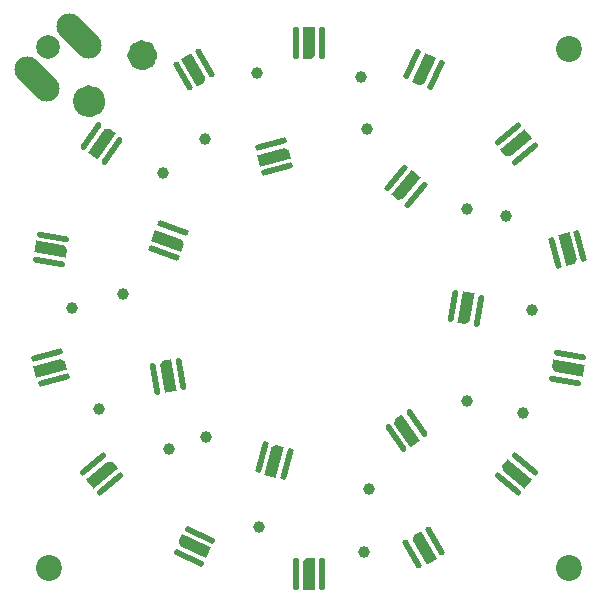
<source format=gbr>
%TF.GenerationSoftware,KiCad,Pcbnew,7.0.1*%
%TF.CreationDate,2023-12-14T16:04:10+01:00*%
%TF.ProjectId,led-ring-v2,6c65642d-7269-46e6-972d-76322e6b6963,rev?*%
%TF.SameCoordinates,Original*%
%TF.FileFunction,Soldermask,Top*%
%TF.FilePolarity,Negative*%
%FSLAX46Y46*%
G04 Gerber Fmt 4.6, Leading zero omitted, Abs format (unit mm)*
G04 Created by KiCad (PCBNEW 7.0.1) date 2023-12-14 16:04:10*
%MOMM*%
%LPD*%
G01*
G04 APERTURE LIST*
G04 Aperture macros list*
%AMRoundRect*
0 Rectangle with rounded corners*
0 $1 Rounding radius*
0 $2 $3 $4 $5 $6 $7 $8 $9 X,Y pos of 4 corners*
0 Add a 4 corners polygon primitive as box body*
4,1,4,$2,$3,$4,$5,$6,$7,$8,$9,$2,$3,0*
0 Add four circle primitives for the rounded corners*
1,1,$1+$1,$2,$3*
1,1,$1+$1,$4,$5*
1,1,$1+$1,$6,$7*
1,1,$1+$1,$8,$9*
0 Add four rect primitives between the rounded corners*
20,1,$1+$1,$2,$3,$4,$5,0*
20,1,$1+$1,$4,$5,$6,$7,0*
20,1,$1+$1,$6,$7,$8,$9,0*
20,1,$1+$1,$8,$9,$2,$3,0*%
%AMHorizOval*
0 Thick line with rounded ends*
0 $1 width*
0 $2 $3 position (X,Y) of the first rounded end (center of the circle)*
0 $4 $5 position (X,Y) of the second rounded end (center of the circle)*
0 Add line between two ends*
20,1,$1,$2,$3,$4,$5,0*
0 Add two circle primitives to create the rounded ends*
1,1,$1,$2,$3*
1,1,$1,$4,$5*%
%AMOutline5P*
0 Free polygon, 5 corners , with rotation*
0 The origin of the aperture is its center*
0 number of corners: always 5*
0 $1 to $10 corner X, Y*
0 $11 Rotation angle, in degrees counterclockwise*
0 create outline with 5 corners*
4,1,5,$1,$2,$3,$4,$5,$6,$7,$8,$9,$10,$1,$2,$11*%
%AMOutline6P*
0 Free polygon, 6 corners , with rotation*
0 The origin of the aperture is its center*
0 number of corners: always 6*
0 $1 to $12 corner X, Y*
0 $13 Rotation angle, in degrees counterclockwise*
0 create outline with 6 corners*
4,1,6,$1,$2,$3,$4,$5,$6,$7,$8,$9,$10,$11,$12,$1,$2,$13*%
%AMOutline7P*
0 Free polygon, 7 corners , with rotation*
0 The origin of the aperture is its center*
0 number of corners: always 7*
0 $1 to $14 corner X, Y*
0 $15 Rotation angle, in degrees counterclockwise*
0 create outline with 7 corners*
4,1,7,$1,$2,$3,$4,$5,$6,$7,$8,$9,$10,$11,$12,$13,$14,$1,$2,$15*%
%AMOutline8P*
0 Free polygon, 8 corners , with rotation*
0 The origin of the aperture is its center*
0 number of corners: always 8*
0 $1 to $16 corner X, Y*
0 $17 Rotation angle, in degrees counterclockwise*
0 create outline with 8 corners*
4,1,8,$1,$2,$3,$4,$5,$6,$7,$8,$9,$10,$11,$12,$13,$14,$15,$16,$1,$2,$17*%
G04 Aperture macros list end*
%ADD10C,1.300887*%
%ADD11C,1.391055*%
%ADD12RoundRect,0.125000X0.858056X0.883170X-1.018753X-0.691659X-0.858056X-0.883170X1.018753X0.691659X0*%
%ADD13Outline5P,-1.350000X0.500000X1.350000X0.500000X1.350000X-0.500000X-1.050000X-0.500000X-1.350000X-0.200000X220.000000*%
%ADD14RoundRect,0.125000X0.720753X-0.998381X-0.504247X1.123381X-0.720753X0.998381X0.504247X-1.123381X0*%
%ADD15Outline5P,-1.350000X0.500000X1.350000X0.500000X1.350000X-0.500000X-1.050000X-0.500000X-1.350000X-0.200000X120.000000*%
%ADD16RoundRect,0.125000X-0.125000X1.225000X-0.125000X-1.225000X0.125000X-1.225000X0.125000X1.225000X0*%
%ADD17Outline5P,-1.350000X0.500000X1.350000X0.500000X1.350000X-0.500000X-1.050000X-0.500000X-1.350000X-0.200000X270.000000*%
%ADD18RoundRect,0.125000X0.600237X1.075158X-0.805025X-0.931764X-0.600237X-1.075158X0.805025X0.931764X0*%
%ADD19Outline5P,-1.350000X0.500000X1.350000X0.500000X1.350000X-0.500000X-1.050000X-0.500000X-1.350000X-0.200000X235.000000*%
%ADD20RoundRect,0.125000X-1.018753X0.691659X0.858056X-0.883170X1.018753X-0.691659X-0.858056X0.883170X0*%
%ADD21Outline5P,-1.350000X0.500000X1.350000X0.500000X1.350000X-0.500000X-1.050000X-0.500000X-1.350000X-0.200000X320.000000*%
%ADD22RoundRect,0.125000X-1.163054X0.404419X1.057400X-0.630996X1.163054X-0.404419X-1.057400X0.630996X0*%
%ADD23Outline5P,-1.350000X0.500000X1.350000X0.500000X1.350000X-0.500000X-1.050000X-0.500000X-1.350000X-0.200000X335.000000*%
%ADD24RoundRect,0.125000X0.437794X-1.150907X-0.196313X1.215612X-0.437794X1.150907X0.196313X-1.215612X0*%
%ADD25Outline5P,-1.350000X0.500000X1.350000X0.500000X1.350000X-0.500000X-1.050000X-0.500000X-1.350000X-0.200000X105.000000*%
%ADD26RoundRect,0.125000X-0.720753X0.998381X0.504247X-1.123381X0.720753X-0.998381X-0.504247X1.123381X0*%
%ADD27Outline5P,-1.350000X0.500000X1.350000X0.500000X1.350000X-0.500000X-1.050000X-0.500000X-1.350000X-0.200000X300.000000*%
%ADD28RoundRect,0.125000X1.150907X0.437794X-1.215612X-0.196313X-1.150907X-0.437794X1.215612X0.196313X0*%
%ADD29Outline5P,-1.350000X0.500000X1.350000X0.500000X1.350000X-0.500000X-1.050000X-0.500000X-1.350000X-0.200000X195.000000*%
%ADD30RoundRect,0.125000X1.228096X-0.089618X-1.184683X0.335820X-1.228096X0.089618X1.184683X-0.335820X0*%
%ADD31Outline5P,-1.350000X0.500000X1.350000X0.500000X1.350000X-0.500000X-1.050000X-0.500000X-1.350000X-0.200000X170.000000*%
%ADD32RoundRect,0.125000X-0.404419X-1.163054X0.630996X1.057400X0.404419X1.163054X-0.630996X-1.057400X0*%
%ADD33Outline5P,-1.350000X0.500000X1.350000X0.500000X1.350000X-0.500000X-1.050000X-0.500000X-1.350000X-0.200000X65.000000*%
%ADD34RoundRect,0.125000X-0.691659X-1.018753X0.883170X0.858056X0.691659X1.018753X-0.883170X-0.858056X0*%
%ADD35Outline5P,-1.350000X0.500000X1.350000X0.500000X1.350000X-0.500000X-1.050000X-0.500000X-1.350000X-0.200000X50.000000*%
%ADD36RoundRect,0.125000X0.196313X1.215612X-0.437794X-1.150907X-0.196313X-1.215612X0.437794X1.150907X0*%
%ADD37Outline5P,-1.350000X0.500000X1.350000X0.500000X1.350000X-0.500000X-1.050000X-0.500000X-1.350000X-0.200000X255.000000*%
%ADD38RoundRect,0.125000X-0.858056X-0.883170X1.018753X0.691659X0.858056X0.883170X-1.018753X-0.691659X0*%
%ADD39Outline5P,-1.350000X0.500000X1.350000X0.500000X1.350000X-0.500000X-1.050000X-0.500000X-1.350000X-0.200000X40.000000*%
%ADD40RoundRect,0.125000X-0.335820X1.184683X0.089618X-1.228096X0.335820X-1.184683X-0.089618X1.228096X0*%
%ADD41Outline5P,-1.350000X0.500000X1.350000X0.500000X1.350000X-0.500000X-1.050000X-0.500000X-1.350000X-0.200000X280.000000*%
%ADD42RoundRect,0.125000X-0.805025X0.931764X0.600237X-1.075158X0.805025X-0.931764X-0.600237X1.075158X0*%
%ADD43Outline5P,-1.350000X0.500000X1.350000X0.500000X1.350000X-0.500000X-1.050000X-0.500000X-1.350000X-0.200000X305.000000*%
%ADD44RoundRect,0.125000X-0.089618X-1.228096X0.335820X1.184683X0.089618X1.228096X-0.335820X-1.184683X0*%
%ADD45Outline5P,-1.350000X0.500000X1.350000X0.500000X1.350000X-0.500000X-1.050000X-0.500000X-1.350000X-0.200000X80.000000*%
%ADD46RoundRect,0.125000X-1.228096X0.089618X1.184683X-0.335820X1.228096X-0.089618X-1.184683X0.335820X0*%
%ADD47Outline5P,-1.350000X0.500000X1.350000X0.500000X1.350000X-0.500000X-1.050000X-0.500000X-1.350000X-0.200000X350.000000*%
%ADD48RoundRect,0.125000X1.193876X-0.301513X-1.108371X0.536436X-1.193876X0.301513X1.108371X-0.536436X0*%
%ADD49Outline5P,-1.350000X0.500000X1.350000X0.500000X1.350000X-0.500000X-1.050000X-0.500000X-1.350000X-0.200000X160.000000*%
%ADD50RoundRect,0.125000X0.125000X-1.225000X0.125000X1.225000X-0.125000X1.225000X-0.125000X-1.225000X0*%
%ADD51Outline5P,-1.350000X0.500000X1.350000X0.500000X1.350000X-0.500000X-1.050000X-0.500000X-1.350000X-0.200000X90.000000*%
%ADD52C,1.000000*%
%ADD53C,2.200000*%
%ADD54HorizOval,2.200000X0.813173X-0.813173X-0.813173X0.813173X0*%
%ADD55HorizOval,2.000000X0.000000X0.000000X0.000000X0.000000X0*%
G04 APERTURE END LIST*
D10*
X-13459557Y21440000D02*
G75*
G03*
X-13459557Y21440000I-650443J0D01*
G01*
D11*
X-17914473Y17540000D02*
G75*
G03*
X-17914473Y17540000I-695527J0D01*
G01*
D12*
%TO.C,D10*%
X-18257066Y-13157351D03*
X-16842934Y-14842649D03*
D13*
X-17550000Y-14000000D03*
%TD*%
D14*
%TO.C,D16*%
X-8797372Y20750000D03*
X-10702628Y19650000D03*
D15*
X-9750000Y20200000D03*
%TD*%
D16*
%TO.C,D6*%
X-1100000Y-22450000D03*
X1100000Y-22450000D03*
D17*
X0Y-22450000D03*
%TD*%
D18*
%TO.C,D14*%
X-18451067Y14630934D03*
X-16648933Y13369066D03*
D19*
X-17550000Y14000000D03*
%TD*%
D20*
%TO.C,D3*%
X16842934Y-14892649D03*
X18257066Y-13207351D03*
D21*
X17550000Y-14050000D03*
%TD*%
D22*
%TO.C,D7*%
X-10164880Y-21146939D03*
X-9235120Y-19153061D03*
D23*
X-9700000Y-20150000D03*
%TD*%
D24*
%TO.C,D21*%
X22962518Y5284701D03*
X20837482Y4715299D03*
D25*
X21900000Y5000000D03*
%TD*%
D26*
%TO.C,D5*%
X8747372Y-20800000D03*
X10652628Y-19700000D03*
D27*
X9700000Y-20250000D03*
%TD*%
D28*
%TO.C,D15*%
X-3234701Y13912518D03*
X-2665299Y11787482D03*
D29*
X-2950000Y12850000D03*
%TD*%
D30*
%TO.C,D12*%
X-21658987Y6083289D03*
X-22041013Y3916711D03*
D31*
X-21850000Y5000000D03*
%TD*%
D32*
%TO.C,D18*%
X10746939Y19735120D03*
X8753061Y20664880D03*
D33*
X9750000Y20200000D03*
%TD*%
D28*
%TO.C,D11*%
X-22184701Y-3937482D03*
X-21615299Y-6062518D03*
D29*
X-21900000Y-5000000D03*
%TD*%
D34*
%TO.C,D19*%
X9092649Y9642934D03*
X7407351Y11057066D03*
D35*
X8250000Y10350000D03*
%TD*%
D36*
%TO.C,D8*%
X-4012518Y-12615299D03*
X-1887482Y-13184701D03*
D37*
X-2950000Y-12900000D03*
%TD*%
D38*
%TO.C,D20*%
X18257066Y13107351D03*
X16842934Y14792649D03*
D39*
X17550000Y13950000D03*
%TD*%
D40*
%TO.C,D9*%
X-13033289Y-5941013D03*
X-10866711Y-5558987D03*
D41*
X-11950000Y-5750000D03*
%TD*%
D42*
%TO.C,D4*%
X7348933Y-10980934D03*
X9151067Y-9719066D03*
D43*
X8250000Y-10350000D03*
%TD*%
D44*
%TO.C,D1*%
X14383289Y-191013D03*
X12216711Y191013D03*
D45*
X13300000Y0D03*
%TD*%
D46*
%TO.C,D2*%
X21708987Y-6133289D03*
X22091013Y-3966711D03*
D47*
X21900000Y-5050000D03*
%TD*%
D48*
%TO.C,D13*%
X-11523778Y6783662D03*
X-12276222Y4716338D03*
D49*
X-11900000Y5750000D03*
%TD*%
D50*
%TO.C,D17*%
X1100000Y22450000D03*
X-1100000Y22450000D03*
D51*
X0Y22450000D03*
%TD*%
D52*
%TO.C,TP13*%
X-8770000Y14370000D03*
%TD*%
%TO.C,TP6*%
X-4250000Y-18540000D03*
%TD*%
%TO.C,TP4*%
X5080000Y-15290000D03*
%TD*%
%TO.C,TP2*%
X18090000Y-8810000D03*
%TD*%
D53*
%TO.C,REF\u002A\u002A*%
X22000000Y22000000D03*
%TD*%
D52*
%TO.C,TP16*%
X4900000Y15230000D03*
%TD*%
%TO.C,TP11*%
X-15740000Y1260000D03*
%TD*%
%TO.C,TP18*%
X16710000Y7810000D03*
%TD*%
%TO.C,TP12*%
X-12340000Y11440000D03*
%TD*%
%TO.C,TP5*%
X4670000Y-20590000D03*
%TD*%
D53*
%TO.C,REF\u002A\u002A*%
X22000000Y-22000000D03*
%TD*%
D52*
%TO.C,TP17*%
X13370000Y8430000D03*
%TD*%
%TO.C,TP3*%
X13380000Y-7820000D03*
%TD*%
%TO.C,TP8*%
X-11880000Y-11870000D03*
%TD*%
%TO.C,TP7*%
X-8720000Y-10900000D03*
%TD*%
%TO.C,TP14*%
X-4430000Y19970000D03*
%TD*%
%TO.C,TP10*%
X-20060000Y40000D03*
%TD*%
%TO.C,TP9*%
X-17780000Y-8490000D03*
%TD*%
%TO.C,TP15*%
X4430000Y19560000D03*
%TD*%
%TO.C,TP1*%
X18920000Y-110000D03*
%TD*%
D53*
%TO.C,REF\u002A\u002A*%
X-22000000Y-22000000D03*
%TD*%
D54*
%TO.C,J1*%
X-19440000Y23040000D03*
X-23032102Y19447898D03*
D55*
X-22134077Y22141975D03*
%TD*%
M02*

</source>
